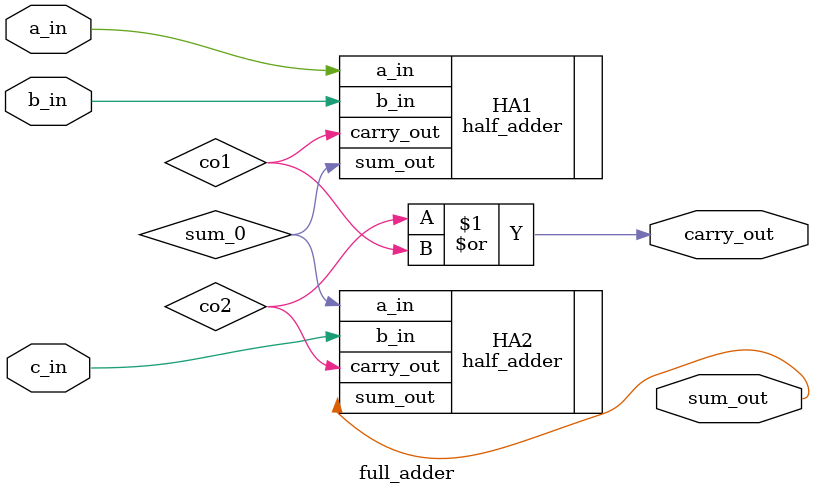
<source format=v>
`timescale 1ns / 1ps


module full_adder(
    input a_in,
    input b_in,
    input c_in,
    output sum_out,
    output carry_out
    );
    
    wire sum_0;
    wire c01;
    wire c02;
//    module instance 
    half_adder HA1 (
        .a_in(a_in),
        .b_in(b_in),
        .sum_out(sum_0),
        .carry_out(co1)
        );
    half_adder HA2 (
        .a_in(sum_0),
        .b_in(c_in),
        .sum_out(sum_out),
        .carry_out(co2)
    );
    assign carry_out = co2 | co1;
    
endmodule

</source>
